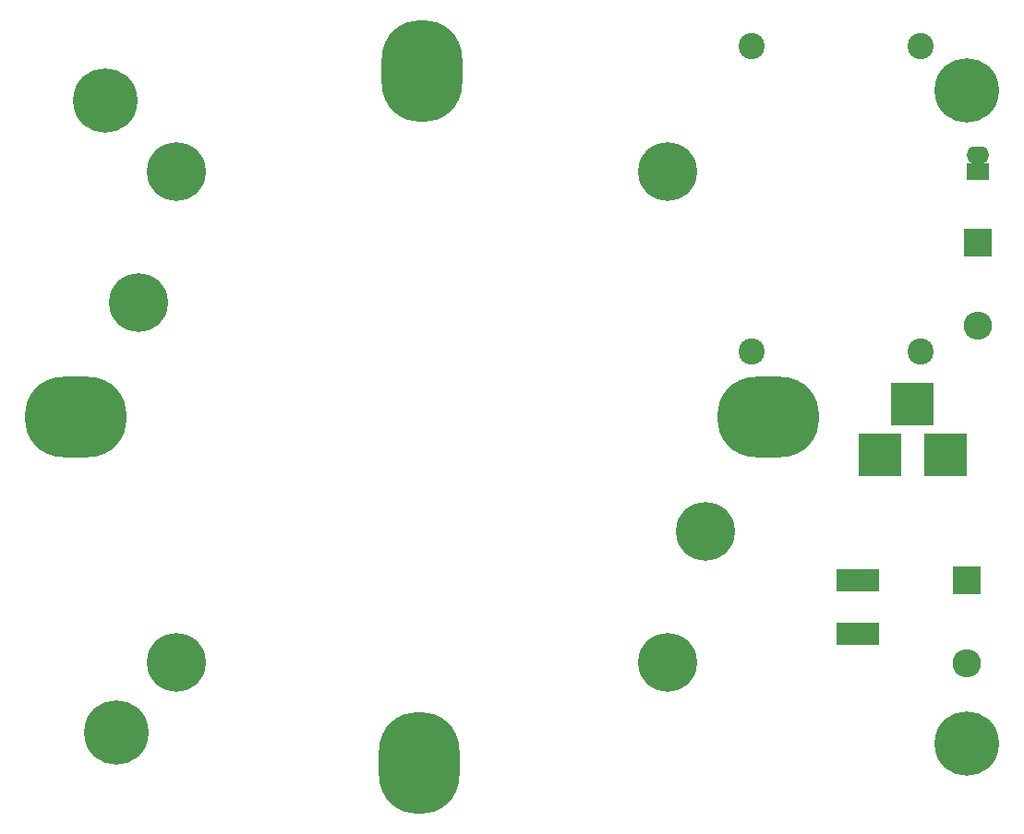
<source format=gbr>
G04 #@! TF.GenerationSoftware,KiCad,Pcbnew,(5.0.0)*
G04 #@! TF.CreationDate,2019-12-04T20:43:09-05:00*
G04 #@! TF.ProjectId,10W White LED,313057205768697465204C45442E6B69,rev?*
G04 #@! TF.SameCoordinates,Original*
G04 #@! TF.FileFunction,Soldermask,Top*
G04 #@! TF.FilePolarity,Negative*
%FSLAX46Y46*%
G04 Gerber Fmt 4.6, Leading zero omitted, Abs format (unit mm)*
G04 Created by KiCad (PCBNEW (5.0.0)) date 12/04/19 20:43:09*
%MOMM*%
%LPD*%
G01*
G04 APERTURE LIST*
%ADD10R,3.900000X2.000000*%
%ADD11O,2.100000X1.600000*%
%ADD12R,2.100000X1.600000*%
%ADD13C,5.400000*%
%ADD14O,9.400000X7.400000*%
%ADD15O,7.400000X9.400000*%
%ADD16O,2.600000X2.600000*%
%ADD17R,2.600000X2.600000*%
%ADD18C,5.900000*%
%ADD19C,2.400000*%
%ADD20R,3.900000X3.900000*%
G04 APERTURE END LIST*
D10*
G04 #@! TO.C,F1*
X190000000Y-115000000D03*
X190000000Y-119880000D03*
G04 #@! TD*
D11*
G04 #@! TO.C,FAN1*
X201000000Y-76000000D03*
D12*
X201000000Y-77500000D03*
G04 #@! TD*
D13*
G04 #@! TO.C,HEATSINK1*
X176000000Y-110500000D03*
X124000000Y-89500000D03*
X172500000Y-77500000D03*
X127500000Y-77500000D03*
X127500000Y-122500000D03*
X172500000Y-122500000D03*
G04 #@! TD*
D14*
G04 #@! TO.C,LENSE1*
X181750000Y-100000000D03*
D15*
X149750000Y-131750000D03*
D14*
X118250000Y-100000000D03*
D15*
X150000000Y-68250000D03*
G04 #@! TD*
D16*
G04 #@! TO.C,SW1*
X200000000Y-122620000D03*
D17*
X200000000Y-115000000D03*
G04 #@! TD*
G04 #@! TO.C,SW2*
X201000000Y-84000000D03*
D16*
X201000000Y-91620000D03*
G04 #@! TD*
D18*
G04 #@! TO.C,MNT1*
X121000000Y-71000000D03*
G04 #@! TD*
G04 #@! TO.C,MNT2*
X200000000Y-70000000D03*
G04 #@! TD*
G04 #@! TO.C,MNT3*
X200000000Y-130000000D03*
G04 #@! TD*
G04 #@! TO.C,MNT4*
X122000000Y-129000000D03*
G04 #@! TD*
D19*
G04 #@! TO.C,U1*
X180250000Y-66000000D03*
X195750000Y-66000000D03*
X195750000Y-94000000D03*
X180250000Y-94000000D03*
G04 #@! TD*
D20*
G04 #@! TO.C,BARREL1*
X192000000Y-103500000D03*
X198000000Y-103500000D03*
X195000000Y-98800000D03*
G04 #@! TD*
M02*

</source>
